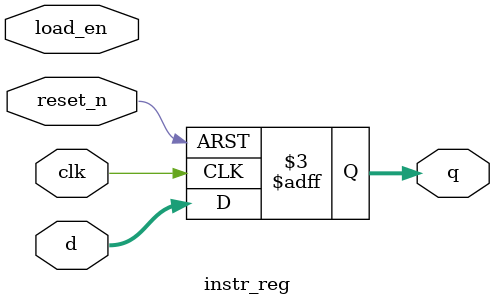
<source format=sv>
/***********************************************************************
 * Testbench top for "dual-top" example
 * Compile with compile_dual.bat or compile_dual.do
 ***********************************************************************
 * Copyright 2016-2023 Siemens
 * All Rights Reserved Worldwide
 *
 * Licensed under the Apache License, Version 2.0 (the "License");
 * you may not use this file except in compliance with the License.
 * You may obtain a copy of the License at
 *       http://www.apache.org/licenses/LICENSE-2.0
 *
 * Unless required by applicable law or agreed to in writing, software
 * distributed under the License is distributed on an "AS IS" BASIS,
 * WITHOUT WARRANTIES OR CONDITIONS OF ANY KIND, either express or
 * implied.  See the License for the specific language governing
 * permissions and limitations under the License.
 **********************************************************************/

module instr_reg(output logic [7:0] q,
		 input  logic clk, load_en, reset_n,
		 input  logic [7:0] d);

  always_ff @(posedge clk or negedge reset_n) begin
    if (!reset_n)
      q <= '0;
    else
      q <= d;
  end

endmodule

</source>
